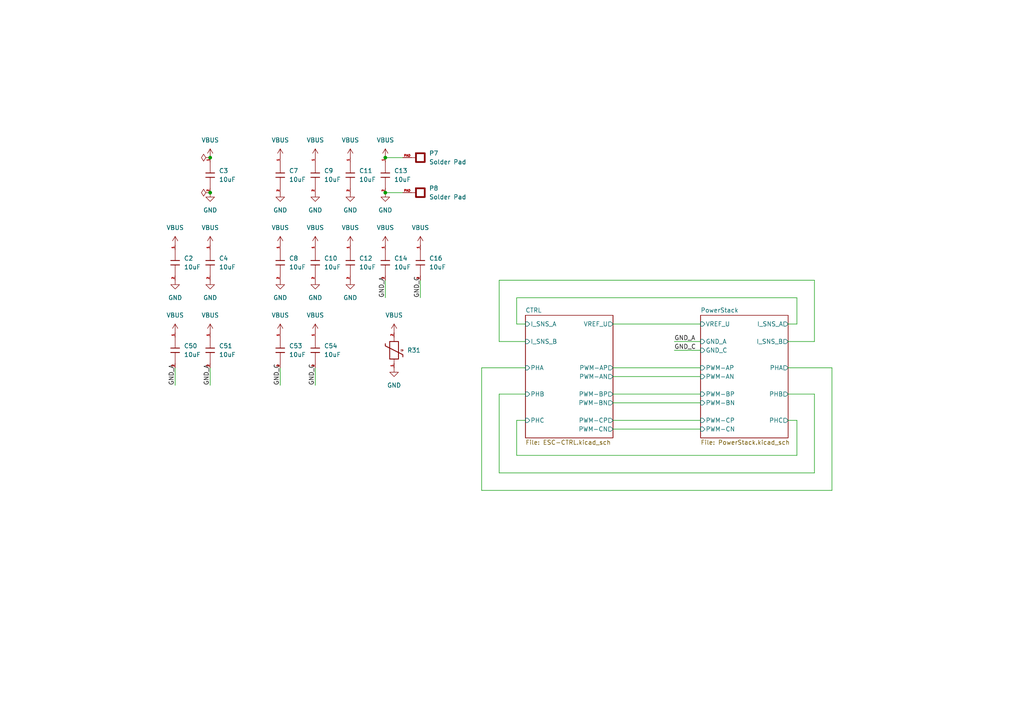
<source format=kicad_sch>
(kicad_sch (version 20230121) (generator eeschema)
  (paper "A4")
  (lib_symbols
    (symbol "001_Basic_PassiveComponents:003_MetalOxideVaristors" (pin_names (offset 1.016))
      (property "Reference" "R" (at -4.445 -2.54 0))
      (property "Value" "003_MetalOxideVaristors" (at 0 5.08 0))
      (symbol "003_MetalOxideVaristors_0_1"
        (polyline (pts (xy -3.81 0) (xy -2.54 0)))
        (polyline (pts (xy 2.54 0) (xy 3.81 0)))
      )
      (symbol "003_MetalOxideVaristors_1_1"
        (rectangle (start -2.54 1.27) (end 2.54 -1.27) (stroke (width 0.254)))
        (polyline (pts (xy -1.905 -2.54) (xy -1.27 -2.54) (xy 1.27 2.54) (xy 1.905 2.54)) (stroke (width 0.254)))
        (text "U" (at 0 -2.286 0) (effects (font (size 0.635 0.635))))
        (pin passive line (at -5.08 0 0) (length 1.27) (name "~") (number "1"))
        (pin passive line (at 5.08 0 180) (length 1.27) (name "~") (number "2"))
      )
    )
    (symbol "001_Basic_PassiveComponents:101_Capacitor" (pin_names (offset 1.016))
      (property "Reference" "C" (at -4.445 -2.54 0))
      (property "Value" "101_Capacitor" (at 0 2.54 0))
      (symbol "101_Capacitor_0_1"
        (polyline (pts (xy -3.81 0) (xy -0.635 0)))
        (polyline (pts (xy 0.635 0) (xy 3.81 0)))
      )
      (symbol "101_Capacitor_1_1"
        (polyline (pts (xy -0.635 1.27) (xy -0.635 -1.27)) (stroke (width 0.254)))
        (polyline (pts (xy 0.635 1.27) (xy 0.635 -1.27)) (stroke (width 0.254)))
        (pin passive line (at -5.08 0 0) (length 1.27) (name "~") (number "1"))
        (pin passive line (at 5.08 0 180) (length 1.27) (name "~") (number "2"))
      )
    )
    (symbol "301_Link_Pad:Pad_Square" (pin_names hide)
      (property "Reference" "P" (at -2.54 -2.54 0))
      (property "Value" "Pad_Square" (at 0 3.81 0))
      (symbol "Pad_Square_0_1"
        (rectangle (start -1.27 1.27) (end 1.27 -1.27) (stroke (width 0.5)))
        (polyline (pts (xy -2.54 0) (xy -1.27 0)) (stroke (width 0.1524)))
      )
      (symbol "Pad_Square_1_1"
        (pin passive line (at -5.08 0 0) (length 2.54) (name "PAD") (number "PAD"))
      )
    )
    (symbol "PowerPort:GND" (power) (pin_names (offset 0))
      (property "Value" "GND" (at 0 -3.81 0))
      (symbol "GND_0_1"
        (polyline (pts (xy 0 0) (xy 0 -1.27) (xy 1.27 -1.27) (xy 0 -2.54) (xy -1.27 -1.27) (xy 0 -1.27)))
      )
      (symbol "GND_1_1"
        (pin power_in line (at 0 0 270) (length 0) hide (name "GND") (number "1"))
      )
    )
    (symbol "PowerPort:PWR_FLAG" (power) (pin_numbers hide) (pin_names (offset 0) hide)
      (property "Value" "PWR_FLAG" (at 0 3.81 0))
      (symbol "PWR_FLAG_0_0"
        (pin power_out line (at 0 0 90) (length 0) (name "pwr") (number "1"))
      )
      (symbol "PWR_FLAG_0_1"
        (polyline (pts (xy 0 0) (xy 0 1.27) (xy -1.016 1.905) (xy 0 2.54) (xy 1.016 1.905) (xy 0 1.27)))
      )
    )
    (symbol "PowerPort:VBUS" (power) (pin_names (offset 0))
      (property "Value" "VBUS" (at 0 3.81 0))
      (symbol "VBUS_0_1"
        (polyline (pts (xy -0.762 1.27) (xy 0 2.54)))
        (polyline (pts (xy 0 0) (xy 0 2.54)))
        (polyline (pts (xy 0 2.54) (xy 0.762 1.27)))
      )
      (symbol "VBUS_1_1"
        (pin power_in line (at 0 0 90) (length 0) hide (name "VBUS") (number "1"))
      )
    )
  )
  (junction (at 111.76 45.72))
  (junction (at 60.96 55.88))
  (junction (at 60.96 45.72))
  (junction (at 111.76 55.88))
  (wire (pts (xy 144.78 137.16) (xy 144.78 114.3)))
  (wire (pts (xy 241.3 142.24) (xy 139.7 142.24)))
  (wire (pts (xy 236.22 114.3) (xy 236.22 137.16)))
  (wire (pts (xy 177.8 124.46) (xy 203.2 124.46)))
  (wire (pts (xy 177.8 121.92) (xy 203.2 121.92)))
  (wire (pts (xy 111.76 45.72) (xy 116.84 45.72)))
  (wire (pts (xy 149.86 86.36) (xy 149.86 93.98)))
  (wire (pts (xy 139.7 106.68) (xy 152.4 106.68)))
  (wire (pts (xy 149.86 93.98) (xy 152.4 93.98)))
  (wire (pts (xy 177.8 93.98) (xy 203.2 93.98)))
  (wire (pts (xy 177.8 106.68) (xy 203.2 106.68)))
  (wire (pts (xy 195.58 101.6) (xy 203.2 101.6)))
  (wire (pts (xy 81.28 106.68) (xy 81.28 111.76)))
  (wire (pts (xy 228.6 106.68) (xy 241.3 106.68)))
  (wire (pts (xy 177.8 109.22) (xy 203.2 109.22)))
  (wire (pts (xy 228.6 93.98) (xy 231.14 93.98)))
  (wire (pts (xy 144.78 99.06) (xy 152.4 99.06)))
  (wire (pts (xy 121.92 81.28) (xy 121.92 86.36)))
  (wire (pts (xy 111.76 55.88) (xy 116.84 55.88)))
  (wire (pts (xy 144.78 81.28) (xy 144.78 99.06)))
  (wire (pts (xy 228.6 121.92) (xy 231.14 121.92)))
  (wire (pts (xy 228.6 99.06) (xy 236.22 99.06)))
  (wire (pts (xy 236.22 99.06) (xy 236.22 81.28)))
  (wire (pts (xy 111.76 81.28) (xy 111.76 86.36)))
  (wire (pts (xy 231.14 132.08) (xy 149.86 132.08)))
  (wire (pts (xy 50.8 106.68) (xy 50.8 111.76)))
  (wire (pts (xy 177.8 116.84) (xy 203.2 116.84)))
  (wire (pts (xy 231.14 121.92) (xy 231.14 132.08)))
  (wire (pts (xy 91.44 106.68) (xy 91.44 111.76)))
  (wire (pts (xy 236.22 137.16) (xy 144.78 137.16)))
  (wire (pts (xy 139.7 142.24) (xy 139.7 106.68)))
  (wire (pts (xy 195.58 99.06) (xy 203.2 99.06)))
  (wire (pts (xy 236.22 81.28) (xy 144.78 81.28)))
  (wire (pts (xy 231.14 86.36) (xy 149.86 86.36)))
  (wire (pts (xy 60.96 106.68) (xy 60.96 111.76)))
  (wire (pts (xy 149.86 132.08) (xy 149.86 121.92)))
  (wire (pts (xy 241.3 106.68) (xy 241.3 142.24)))
  (wire (pts (xy 231.14 93.98) (xy 231.14 86.36)))
  (wire (pts (xy 149.86 121.92) (xy 152.4 121.92)))
  (wire (pts (xy 228.6 114.3) (xy 236.22 114.3)))
  (wire (pts (xy 144.78 114.3) (xy 152.4 114.3)))
  (wire (pts (xy 177.8 114.3) (xy 203.2 114.3)))
  (label "GND_C" (at 91.44 111.76 90))
  (label "GND_C" (at 195.58 101.6 0))
  (label "GND_A" (at 111.76 86.36 90))
  (label "GND_A" (at 195.58 99.06 0))
  (label "GND_A" (at 50.8 111.76 90))
  (label "GND_C" (at 121.92 86.36 90))
  (label "GND_A" (at 60.96 111.76 90))
  (label "GND_C" (at 81.28 111.76 90))
  (symbol (lib_id "PowerPort:GND") (at 114.3 106.68 0) (unit 1)
    (property "Reference" "#PWR063" (effects hide))
    (property "Value" "GND" (at 114.3 111.76 0))
  )
  (symbol (lib_id "001_Basic_PassiveComponents:003_MetalOxideVaristors") (at 114.3 101.6 90) (unit 1)
    (property "Reference" "R31" (at 118.11 101.6 90) (effects (justify right)))
    (property "Value" "SDV2012A300C181NPTF" (effects hide))
    (property "Footprint" "001_GN_RCL_SMD:R0805(2012M)" (effects hide))
    (property "Symbol type" "Alternate Source" (effects hide))
  )
  (symbol (lib_id "PowerPort:VBUS") (at 121.92 71.12 0) (unit 1)
    (property "Reference" "#PWR031" (effects hide))
    (property "Value" "VBUS" (at 121.92 66.04 0))
  )
  (symbol (lib_id "PowerPort:VBUS") (at 101.6 45.72 0) (unit 1)
    (property "Reference" "#PWR021" (effects hide))
    (property "Value" "VBUS" (at 101.6 40.64 0))
  )
  (symbol (lib_id "PowerPort:VBUS") (at 91.44 71.12 0) (unit 1)
    (property "Reference" "#PWR019" (effects hide))
    (property "Value" "VBUS" (at 91.44 66.04 0))
  )
  (symbol (lib_id "PowerPort:GND") (at 111.76 55.88 0) (unit 1)
    (property "Reference" "#PWR026" (effects hide))
    (property "Value" "GND" (at 111.76 60.96 0))
  )
  (symbol (lib_id "PowerPort:GND") (at 101.6 81.28 0) (unit 1)
    (property "Reference" "#PWR024" (effects hide))
    (property "Value" "GND" (at 101.6 86.36 0))
  )
  (symbol (lib_id "PowerPort:VBUS") (at 60.96 45.72 0) (unit 1)
    (property "Reference" "#PWR05" (effects hide))
    (property "Value" "VBUS" (at 60.96 40.64 0))
  )
  (symbol (lib_id "001_Basic_PassiveComponents:101_Capacitor") (at 60.96 101.6 270) (unit 1)
    (property "Reference" "C51" (at 63.5 100.33 90) (effects (justify left)))
    (property "Value" "10uF" (at 63.5 102.87 90) (effects (justify left)))
    (property "Footprint" "ESC:C0805(2012M)" (effects hide))
    (property "Symbol type" "Alternate Source" (effects hide))
  )
  (symbol (lib_id "001_Basic_PassiveComponents:101_Capacitor") (at 81.28 76.2 270) (unit 1)
    (property "Reference" "C8" (at 83.82 74.93 90) (effects (justify left)))
    (property "Value" "10uF" (at 83.82 77.47 90) (effects (justify left)))
    (property "Footprint" "ESC:C0805(2012M)" (effects hide))
    (property "Symbol type" "Alternate Source" (effects hide))
  )
  (symbol (lib_id "PowerPort:VBUS") (at 91.44 96.52 0) (unit 1)
    (property "Reference" "#PWR0107" (effects hide))
    (property "Value" "VBUS" (at 91.44 91.44 0))
  )
  (symbol (lib_id "001_Basic_PassiveComponents:101_Capacitor") (at 60.96 76.2 270) (unit 1)
    (property "Reference" "C4" (at 63.5 74.93 90) (effects (justify left)))
    (property "Value" "10uF" (at 63.5 77.47 90) (effects (justify left)))
    (property "Footprint" "ESC:C0805(2012M)" (effects hide))
    (property "Symbol type" "Alternate Source" (effects hide))
  )
  (symbol (lib_id "001_Basic_PassiveComponents:101_Capacitor") (at 50.8 76.2 270) (unit 1)
    (property "Reference" "C2" (at 53.34 74.93 90) (effects (justify left)))
    (property "Value" "10uF" (at 53.34 77.47 90) (effects (justify left)))
    (property "Footprint" "ESC:C0805(2012M)" (effects hide))
    (property "Symbol type" "Alternate Source" (effects hide))
  )
  (symbol (lib_id "PowerPort:VBUS") (at 50.8 71.12 0) (unit 1)
    (property "Reference" "#PWR03" (effects hide))
    (property "Value" "VBUS" (at 50.8 66.04 0))
  )
  (symbol (lib_id "001_Basic_PassiveComponents:101_Capacitor") (at 81.28 101.6 270) (unit 1)
    (property "Reference" "C53" (at 83.82 100.33 90) (effects (justify left)))
    (property "Value" "10uF" (at 83.82 102.87 90) (effects (justify left)))
    (property "Footprint" "ESC:C0805(2012M)" (effects hide))
    (property "Symbol type" "Alternate Source" (effects hide))
  )
  (symbol (lib_id "PowerPort:PWR_FLAG") (at 60.96 55.88 90) (unit 1)
    (property "Reference" "#FLG02" (effects hide))
    (property "Value" "PWR_FLAG" (effects hide))
  )
  (symbol (lib_id "PowerPort:VBUS") (at 50.8 96.52 0) (unit 1)
    (property "Reference" "#PWR099" (effects hide))
    (property "Value" "VBUS" (at 50.8 91.44 0))
  )
  (symbol (lib_id "PowerPort:VBUS") (at 60.96 71.12 0) (unit 1)
    (property "Reference" "#PWR07" (effects hide))
    (property "Value" "VBUS" (at 60.96 66.04 0))
  )
  (symbol (lib_id "PowerPort:VBUS") (at 101.6 71.12 0) (unit 1)
    (property "Reference" "#PWR023" (effects hide))
    (property "Value" "VBUS" (at 101.6 66.04 0))
  )
  (symbol (lib_id "001_Basic_PassiveComponents:101_Capacitor") (at 101.6 76.2 270) (unit 1)
    (property "Reference" "C12" (at 104.14 74.93 90) (effects (justify left)))
    (property "Value" "10uF" (at 104.14 77.47 90) (effects (justify left)))
    (property "Footprint" "ESC:C0805(2012M)" (effects hide))
    (property "Symbol type" "Alternate Source" (effects hide))
  )
  (symbol (lib_id "PowerPort:VBUS") (at 81.28 71.12 0) (unit 1)
    (property "Reference" "#PWR015" (effects hide))
    (property "Value" "VBUS" (at 81.28 66.04 0))
  )
  (symbol (lib_id "PowerPort:VBUS") (at 114.3 96.52 0) (unit 1)
    (property "Reference" "#PWR032" (effects hide))
    (property "Value" "VBUS" (at 114.3 91.44 0))
  )
  (symbol (lib_id "001_Basic_PassiveComponents:101_Capacitor") (at 81.28 50.8 270) (unit 1)
    (property "Reference" "C7" (at 83.82 49.53 90) (effects (justify left)))
    (property "Value" "10uF" (at 83.82 52.07 90) (effects (justify left)))
    (property "Footprint" "ESC:C0805(2012M)" (effects hide))
    (property "Symbol type" "Alternate Source" (effects hide))
  )
  (symbol (lib_id "001_Basic_PassiveComponents:101_Capacitor") (at 111.76 50.8 270) (unit 1)
    (property "Reference" "C13" (at 114.3 49.53 90) (effects (justify left)))
    (property "Value" "10uF" (at 114.3 52.07 90) (effects (justify left)))
    (property "Footprint" "ESC:C0805(2012M)" (effects hide))
    (property "Symbol type" "Alternate Source" (effects hide))
  )
  (symbol (lib_id "PowerPort:GND") (at 91.44 55.88 0) (unit 1)
    (property "Reference" "#PWR018" (effects hide))
    (property "Value" "GND" (at 91.44 60.96 0))
  )
  (symbol (lib_id "PowerPort:VBUS") (at 81.28 96.52 0) (unit 1)
    (property "Reference" "#PWR0105" (effects hide))
    (property "Value" "VBUS" (at 81.28 91.44 0))
  )
  (symbol (lib_id "PowerPort:GND") (at 81.28 55.88 0) (unit 1)
    (property "Reference" "#PWR014" (effects hide))
    (property "Value" "GND" (at 81.28 60.96 0))
  )
  (symbol (lib_id "PowerPort:GND") (at 81.28 81.28 0) (unit 1)
    (property "Reference" "#PWR016" (effects hide))
    (property "Value" "GND" (at 81.28 86.36 0))
  )
  (symbol (lib_id "PowerPort:GND") (at 50.8 81.28 0) (unit 1)
    (property "Reference" "#PWR04" (effects hide))
    (property "Value" "GND" (at 50.8 86.36 0))
  )
  (symbol (lib_id "PowerPort:VBUS") (at 111.76 71.12 0) (unit 1)
    (property "Reference" "#PWR027" (effects hide))
    (property "Value" "VBUS" (at 111.76 66.04 0))
  )
  (symbol (lib_id "301_Link_Pad:Pad_Square") (at 121.92 55.88 0) (unit 1)
    (property "Reference" "P8" (at 124.46 54.61 0) (effects (justify left)))
    (property "Value" "Solder Pad" (at 124.46 57.15 0) (effects (justify left)))
    (property "Footprint" "ESC:EGP-Q_3525" (effects hide))
    (property "Symbol type" "Alternate Source" (effects hide))
  )
  (symbol (lib_id "001_Basic_PassiveComponents:101_Capacitor") (at 101.6 50.8 270) (unit 1)
    (property "Reference" "C11" (at 104.14 49.53 90) (effects (justify left)))
    (property "Value" "10uF" (at 104.14 52.07 90) (effects (justify left)))
    (property "Footprint" "ESC:C0805(2012M)" (effects hide))
    (property "Symbol type" "Alternate Source" (effects hide))
  )
  (symbol (lib_id "PowerPort:VBUS") (at 91.44 45.72 0) (unit 1)
    (property "Reference" "#PWR017" (effects hide))
    (property "Value" "VBUS" (at 91.44 40.64 0))
  )
  (symbol (lib_id "PowerPort:GND") (at 60.96 81.28 0) (unit 1)
    (property "Reference" "#PWR08" (effects hide))
    (property "Value" "GND" (at 60.96 86.36 0))
  )
  (symbol (lib_id "PowerPort:PWR_FLAG") (at 60.96 45.72 90) (unit 1)
    (property "Reference" "#FLG01" (effects hide))
    (property "Value" "PWR_FLAG" (effects hide))
  )
  (symbol (lib_id "001_Basic_PassiveComponents:101_Capacitor") (at 50.8 101.6 270) (unit 1)
    (property "Reference" "C50" (at 53.34 100.33 90) (effects (justify left)))
    (property "Value" "10uF" (at 53.34 102.87 90) (effects (justify left)))
    (property "Footprint" "ESC:C0805(2012M)" (effects hide))
    (property "Symbol type" "Alternate Source" (effects hide))
  )
  (symbol (lib_id "001_Basic_PassiveComponents:101_Capacitor") (at 121.92 76.2 270) (unit 1)
    (property "Reference" "C16" (at 124.46 74.93 90) (effects (justify left)))
    (property "Value" "10uF" (at 124.46 77.47 90) (effects (justify left)))
    (property "Footprint" "ESC:C0805(2012M)" (effects hide))
    (property "Symbol type" "Alternate Source" (effects hide))
  )
  (symbol (lib_id "301_Link_Pad:Pad_Square") (at 121.92 45.72 0) (unit 1)
    (property "Reference" "P7" (at 124.46 44.45 0) (effects (justify left)))
    (property "Value" "Solder Pad" (at 124.46 46.99 0) (effects (justify left)))
    (property "Footprint" "ESC:EGP-Q_3525" (effects hide))
    (property "Symbol type" "Alternate Source" (effects hide))
  )
  (symbol (lib_id "001_Basic_PassiveComponents:101_Capacitor") (at 91.44 101.6 270) (unit 1)
    (property "Reference" "C54" (at 93.98 100.33 90) (effects (justify left)))
    (property "Value" "10uF" (at 93.98 102.87 90) (effects (justify left)))
    (property "Footprint" "ESC:C0805(2012M)" (effects hide))
    (property "Symbol type" "Alternate Source" (effects hide))
  )
  (symbol (lib_id "001_Basic_PassiveComponents:101_Capacitor") (at 91.44 50.8 270) (unit 1)
    (property "Reference" "C9" (at 93.98 49.53 90) (effects (justify left)))
    (property "Value" "10uF" (at 93.98 52.07 90) (effects (justify left)))
    (property "Footprint" "ESC:C0805(2012M)" (effects hide))
    (property "Symbol type" "Alternate Source" (effects hide))
  )
  (symbol (lib_id "PowerPort:GND") (at 91.44 81.28 0) (unit 1)
    (property "Reference" "#PWR020" (effects hide))
    (property "Value" "GND" (at 91.44 86.36 0))
  )
  (symbol (lib_id "PowerPort:VBUS") (at 60.96 96.52 0) (unit 1)
    (property "Reference" "#PWR0101" (effects hide))
    (property "Value" "VBUS" (at 60.96 91.44 0))
  )
  (symbol (lib_id "001_Basic_PassiveComponents:101_Capacitor") (at 60.96 50.8 270) (unit 1)
    (property "Reference" "C3" (at 63.5 49.53 90) (effects (justify left)))
    (property "Value" "10uF" (at 63.5 52.07 90) (effects (justify left)))
    (property "Footprint" "ESC:C0805(2012M)" (effects hide))
    (property "Symbol type" "Alternate Source" (effects hide))
  )
  (symbol (lib_id "PowerPort:GND") (at 60.96 55.88 0) (unit 1)
    (property "Reference" "#PWR06" (effects hide))
    (property "Value" "GND" (at 60.96 60.96 0))
  )
  (symbol (lib_id "001_Basic_PassiveComponents:101_Capacitor") (at 91.44 76.2 270) (unit 1)
    (property "Reference" "C10" (at 93.98 74.93 90) (effects (justify left)))
    (property "Value" "10uF" (at 93.98 77.47 90) (effects (justify left)))
    (property "Footprint" "ESC:C0805(2012M)" (effects hide))
    (property "Symbol type" "Alternate Source" (effects hide))
  )
  (symbol (lib_id "PowerPort:VBUS") (at 111.76 45.72 0) (unit 1)
    (property "Reference" "#PWR025" (effects hide))
    (property "Value" "VBUS" (at 111.76 40.64 0))
  )
  (symbol (lib_id "PowerPort:VBUS") (at 81.28 45.72 0) (unit 1)
    (property "Reference" "#PWR013" (effects hide))
    (property "Value" "VBUS" (at 81.28 40.64 0))
  )
  (symbol (lib_id "001_Basic_PassiveComponents:101_Capacitor") (at 111.76 76.2 270) (unit 1)
    (property "Reference" "C14" (at 114.3 74.93 90) (effects (justify left)))
    (property "Value" "10uF" (at 114.3 77.47 90) (effects (justify left)))
    (property "Footprint" "ESC:C0805(2012M)" (effects hide))
    (property "Symbol type" "Alternate Source" (effects hide))
  )
  (symbol (lib_id "PowerPort:GND") (at 101.6 55.88 0) (unit 1)
    (property "Reference" "#PWR022" (effects hide))
    (property "Value" "GND" (at 101.6 60.96 0))
  )
  (sheet (at 203.2 91.44) (size 25.4 35.56) (stroke (width 0.1524))
    (property "Sheetname" "PowerStack" (at 203.2 90.7284 0) (effects (justify left bottom)))
    (property "Sheetfile" "PowerStack.kicad_sch" (at 203.2 127.5846 0) (effects (justify left top)))
    (pin "PWM-BN" input (at 203.2 116.84 180))
    (pin "PWM-CP" input (at 203.2 121.92 180))
    (pin "PWM-AP" input (at 203.2 106.68 180))
    (pin "PWM-CN" input (at 203.2 124.46 180))
    (pin "PWM-BP" input (at 203.2 114.3 180))
    (pin "PWM-AN" input (at 203.2 109.22 180))
    (pin "PHC" output (at 228.6 121.92 0))
    (pin "PHB" output (at 228.6 114.3 0))
    (pin "PHA" output (at 228.6 106.68 0))
    (pin "VREF_U" input (at 203.2 93.98 180))
    (pin "I_SNS_A" output (at 228.6 93.98 0))
    (pin "I_SNS_B" output (at 228.6 99.06 0))
    (pin "GND_C" input (at 203.2 101.6 180))
    (pin "GND_A" input (at 203.2 99.06 180))
  )
  (sheet (at 152.4 91.44) (size 25.4 35.56) (stroke (width 0.1524))
    (property "Sheetname" "CTRL" (at 152.4 90.7284 0) (effects (justify left bottom)))
    (property "Sheetfile" "ESC-CTRL.kicad_sch" (at 152.4 127.5846 0) (effects (justify left top)))
    (pin "PWM-AP" output (at 177.8 106.68 0))
    (pin "PWM-BP" output (at 177.8 114.3 0))
    (pin "PWM-CP" output (at 177.8 121.92 0))
    (pin "PHC" input (at 152.4 121.92 180))
    (pin "PHA" input (at 152.4 106.68 180))
    (pin "PHB" input (at 152.4 114.3 180))
    (pin "PWM-AN" output (at 177.8 109.22 0))
    (pin "I_SNS_A" input (at 152.4 93.98 180))
    (pin "I_SNS_B" input (at 152.4 99.06 180))
    (pin "PWM-BN" output (at 177.8 116.84 0))
    (pin "PWM-CN" output (at 177.8 124.46 0))
    (pin "VREF_U" output (at 177.8 93.98 0))
  )
)
</source>
